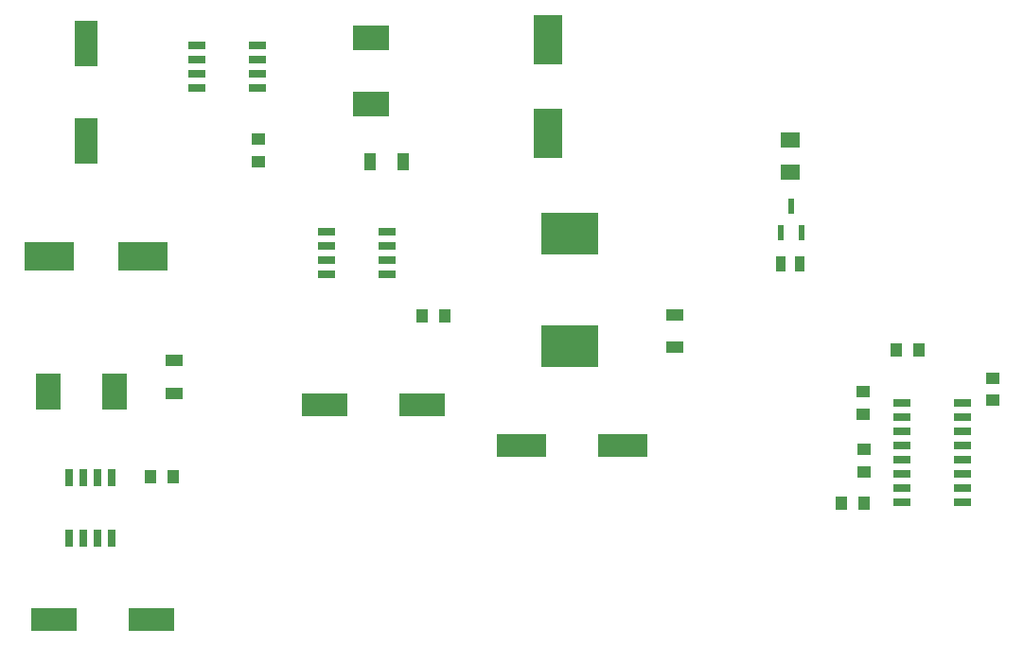
<source format=gtp>
G04*
G04 #@! TF.GenerationSoftware,Altium Limited,Altium Designer,25.8.1 (18)*
G04*
G04 Layer_Color=8421504*
%FSLAX44Y44*%
%MOMM*%
G71*
G04*
G04 #@! TF.SameCoordinates,3D28AD71-2A70-4CFD-9337-590B9DAEE029*
G04*
G04*
G04 #@! TF.FilePolarity,Positive*
G04*
G01*
G75*
%ADD15R,4.1000X2.0000*%
%ADD16R,0.6500X1.5250*%
%ADD17R,1.0000X1.2500*%
%ADD18R,2.3000X3.3000*%
%ADD19R,1.5000X1.0000*%
%ADD20R,4.5000X2.1000*%
%ADD21R,4.4000X2.5000*%
%ADD22R,2.0000X4.1000*%
%ADD23R,1.2500X1.0000*%
%ADD24R,1.5250X0.6500*%
%ADD25R,5.2000X3.8500*%
%ADD26R,1.0000X1.5000*%
%ADD27R,2.5000X4.4000*%
%ADD28R,3.3000X2.3000*%
%ADD29R,0.8500X1.3500*%
%ADD30R,1.8000X1.3400*%
%ADD31R,0.6000X1.3500*%
D15*
X156870Y103680D02*
D03*
X69870D02*
D03*
X398870Y295680D02*
D03*
X311870D02*
D03*
D16*
X121420Y230800D02*
D03*
X108720D02*
D03*
X96020D02*
D03*
X83320Y176560D02*
D03*
X108720D02*
D03*
X96020D02*
D03*
X83320Y230800D02*
D03*
X121420Y176560D02*
D03*
D17*
X156370Y231680D02*
D03*
X176370D02*
D03*
X399370Y375680D02*
D03*
X419370D02*
D03*
X794370Y207680D02*
D03*
X774370D02*
D03*
X823370Y344680D02*
D03*
X843370D02*
D03*
D18*
X123870Y307680D02*
D03*
X64870D02*
D03*
D19*
X177370Y306180D02*
D03*
Y335180D02*
D03*
X625370Y347180D02*
D03*
Y376180D02*
D03*
D20*
X578870Y259680D02*
D03*
X487870D02*
D03*
D21*
X65370Y428680D02*
D03*
X149370D02*
D03*
D22*
X98370Y532180D02*
D03*
Y619180D02*
D03*
D23*
X252370Y533680D02*
D03*
Y513680D02*
D03*
X793370Y287680D02*
D03*
Y307680D02*
D03*
X794370Y235680D02*
D03*
Y255680D02*
D03*
X909370Y299680D02*
D03*
Y319680D02*
D03*
D24*
X251610Y579280D02*
D03*
Y591980D02*
D03*
Y604680D02*
D03*
X197370D02*
D03*
Y617380D02*
D03*
Y579280D02*
D03*
Y591980D02*
D03*
X251610Y617380D02*
D03*
X367490Y412630D02*
D03*
Y425330D02*
D03*
Y438030D02*
D03*
X313250D02*
D03*
Y425330D02*
D03*
Y412630D02*
D03*
Y450730D02*
D03*
X367490D02*
D03*
X882490Y297130D02*
D03*
Y271730D02*
D03*
Y259030D02*
D03*
Y246330D02*
D03*
Y233630D02*
D03*
Y220930D02*
D03*
Y208230D02*
D03*
X828250D02*
D03*
Y220930D02*
D03*
Y233630D02*
D03*
Y246330D02*
D03*
Y259030D02*
D03*
Y271730D02*
D03*
Y284430D02*
D03*
Y297130D02*
D03*
X882490Y284430D02*
D03*
D25*
X531370Y448680D02*
D03*
Y348680D02*
D03*
D26*
X352870Y513680D02*
D03*
X381870D02*
D03*
D27*
X511370Y622680D02*
D03*
Y538680D02*
D03*
D28*
X353370Y565180D02*
D03*
Y624180D02*
D03*
D29*
X720120Y421680D02*
D03*
X736620D02*
D03*
D30*
X728370Y532980D02*
D03*
Y504380D02*
D03*
D31*
X729370Y473680D02*
D03*
X738870Y449680D02*
D03*
X719870D02*
D03*
M02*

</source>
